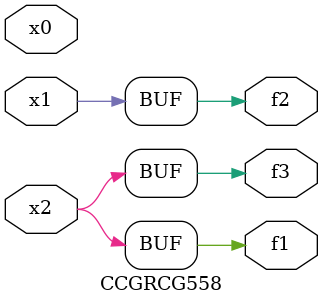
<source format=v>
module CCGRCG558(
	input x0, x1, x2,
	output f1, f2, f3
);
	assign f1 = x2;
	assign f2 = x1;
	assign f3 = x2;
endmodule

</source>
